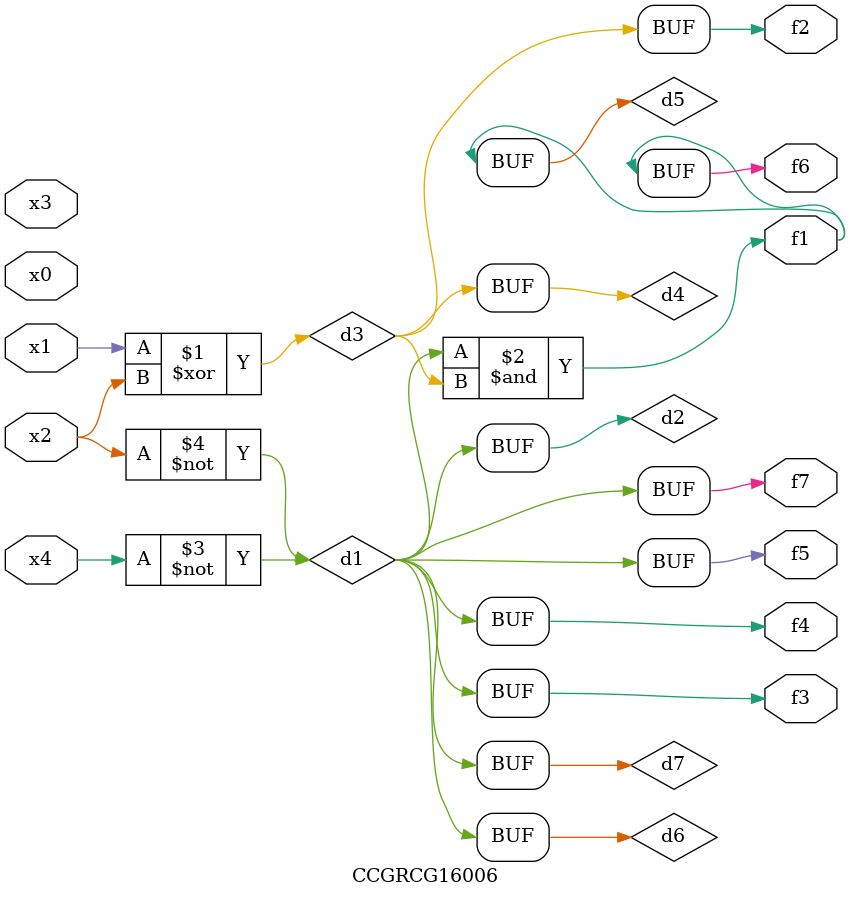
<source format=v>
module CCGRCG16006(
	input x0, x1, x2, x3, x4,
	output f1, f2, f3, f4, f5, f6, f7
);

	wire d1, d2, d3, d4, d5, d6, d7;

	not (d1, x4);
	not (d2, x2);
	xor (d3, x1, x2);
	buf (d4, d3);
	and (d5, d1, d3);
	buf (d6, d1, d2);
	buf (d7, d2);
	assign f1 = d5;
	assign f2 = d4;
	assign f3 = d7;
	assign f4 = d7;
	assign f5 = d7;
	assign f6 = d5;
	assign f7 = d7;
endmodule

</source>
